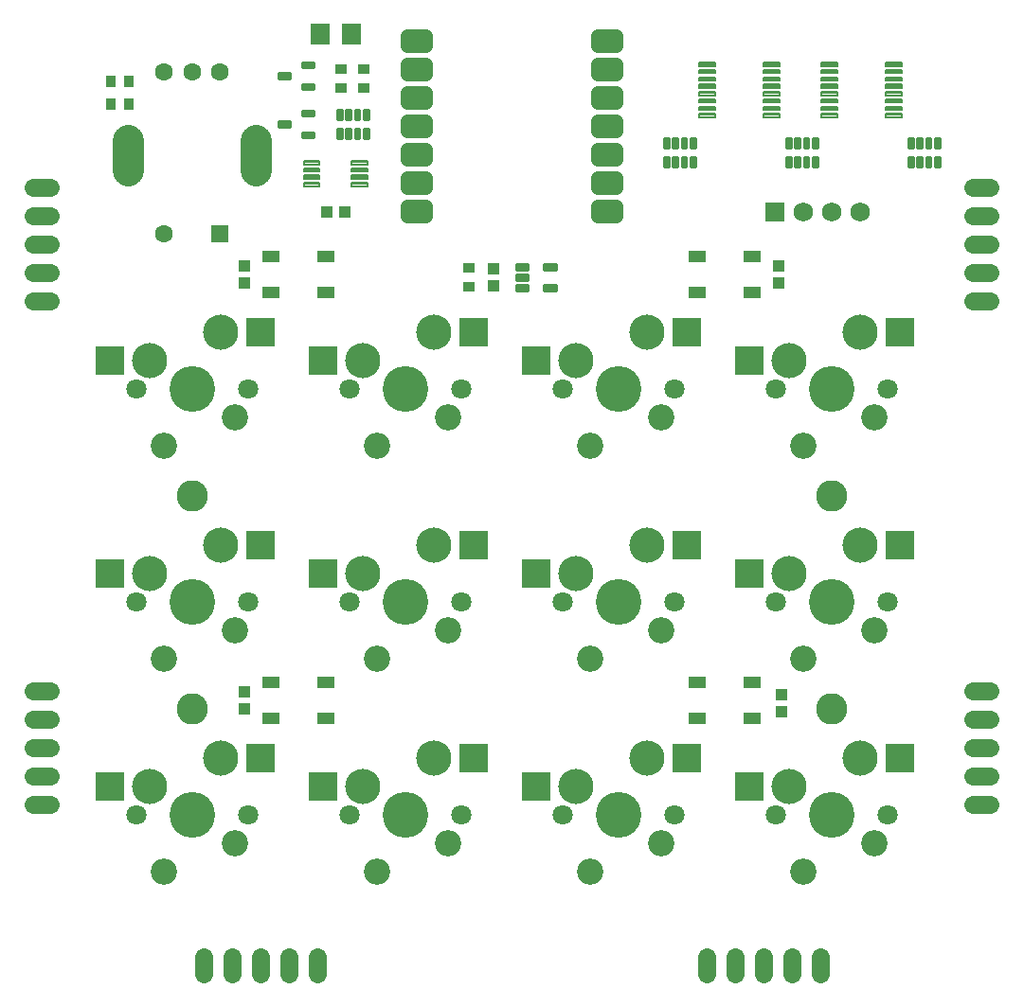
<source format=gbr>
G04 EAGLE Gerber RS-274X export*
G75*
%MOMM*%
%FSLAX34Y34*%
%LPD*%
%INSoldermask Bottom*%
%IPPOS*%
%AMOC8*
5,1,8,0,0,1.08239X$1,22.5*%
G01*
G04 Define Apertures*
%ADD10C,2.801600*%
%ADD11R,1.071800X1.022500*%
%ADD12R,1.022500X1.071800*%
%ADD13C,1.601600*%
%ADD14R,1.601600X1.601600*%
%ADD15C,2.801600*%
%ADD16R,1.751600X1.751600*%
%ADD17C,1.751600*%
%ADD18R,1.601600X1.001600*%
%ADD19C,0.252575*%
%ADD20R,0.900300X1.075500*%
%ADD21R,1.075500X0.900300*%
%ADD22C,0.233691*%
%ADD23C,2.351600*%
%ADD24C,4.089400*%
%ADD25C,1.801600*%
%ADD26C,3.149600*%
%ADD27R,2.651600X2.601600*%
%ADD28C,1.092831*%
%ADD29C,0.197866*%
%ADD30C,0.208278*%
%ADD31C,0.394209*%
%ADD32C,1.625600*%
%ADD33R,1.701600X1.901600*%
D10*
X285750Y0D03*
X-285750Y0D03*
X-285750Y-190500D03*
X285750Y-190500D03*
D11*
X238760Y190374D03*
X238760Y205866D03*
X-238760Y205866D03*
X-238760Y190374D03*
X241300Y-193166D03*
X241300Y-177674D03*
X-238760Y-175134D03*
X-238760Y-190626D03*
D12*
X-165226Y254000D03*
X-149734Y254000D03*
D11*
X-16427Y203326D03*
X-16427Y187834D03*
D13*
X-310950Y234546D03*
D14*
X-260950Y234546D03*
D13*
X-260950Y379546D03*
X-285950Y379546D03*
X-310950Y379546D03*
D15*
X-228950Y318046D02*
X-228950Y291046D01*
X-342950Y291046D02*
X-342950Y318046D01*
D16*
X234950Y254000D03*
D17*
X260350Y254000D03*
X285750Y254000D03*
X311150Y254000D03*
D18*
X166000Y181620D03*
X166000Y214620D03*
X215000Y181620D03*
X215000Y214620D03*
X-215000Y181620D03*
X-215000Y214620D03*
X-166000Y181620D03*
X-166000Y214620D03*
X-215000Y-199380D03*
X-215000Y-166380D03*
X-166000Y-199380D03*
X-166000Y-166380D03*
X166000Y-199380D03*
X166000Y-166380D03*
X215000Y-199380D03*
X215000Y-166380D03*
D19*
X-177045Y387665D02*
X-187835Y387665D01*
X-177045Y387665D02*
X-177045Y383175D01*
X-187835Y383175D01*
X-187835Y387665D01*
X-187835Y385575D02*
X-177045Y385575D01*
X-198245Y378165D02*
X-209035Y378165D01*
X-198245Y378165D02*
X-198245Y373675D01*
X-209035Y373675D01*
X-209035Y378165D01*
X-209035Y376075D02*
X-198245Y376075D01*
X-187835Y368665D02*
X-177045Y368665D01*
X-177045Y364175D01*
X-187835Y364175D01*
X-187835Y368665D01*
X-187835Y366575D02*
X-177045Y366575D01*
X-177045Y344485D02*
X-187835Y344485D01*
X-177045Y344485D02*
X-177045Y339995D01*
X-187835Y339995D01*
X-187835Y344485D01*
X-187835Y342395D02*
X-177045Y342395D01*
X-198245Y334985D02*
X-209035Y334985D01*
X-198245Y334985D02*
X-198245Y330495D01*
X-209035Y330495D01*
X-209035Y334985D01*
X-209035Y332895D02*
X-198245Y332895D01*
X-187835Y325485D02*
X-177045Y325485D01*
X-177045Y320995D01*
X-187835Y320995D01*
X-187835Y325485D01*
X-187835Y323395D02*
X-177045Y323395D01*
D20*
X-342368Y370840D03*
X-358672Y370840D03*
X-342368Y350520D03*
X-358672Y350520D03*
D21*
X-152400Y365228D03*
X-152400Y381532D03*
X-132080Y365228D03*
X-132080Y381532D03*
D22*
X245090Y320280D02*
X245090Y311900D01*
X245090Y320280D02*
X249070Y320280D01*
X249070Y311900D01*
X245090Y311900D01*
X245090Y314120D02*
X249070Y314120D01*
X249070Y316340D02*
X245090Y316340D01*
X245090Y318560D02*
X249070Y318560D01*
X253090Y320280D02*
X253090Y311900D01*
X253090Y320280D02*
X257070Y320280D01*
X257070Y311900D01*
X253090Y311900D01*
X253090Y314120D02*
X257070Y314120D01*
X257070Y316340D02*
X253090Y316340D01*
X253090Y318560D02*
X257070Y318560D01*
X261090Y320280D02*
X261090Y311900D01*
X261090Y320280D02*
X265070Y320280D01*
X265070Y311900D01*
X261090Y311900D01*
X261090Y314120D02*
X265070Y314120D01*
X265070Y316340D02*
X261090Y316340D01*
X261090Y318560D02*
X265070Y318560D01*
X269090Y320280D02*
X269090Y311900D01*
X269090Y320280D02*
X273070Y320280D01*
X273070Y311900D01*
X269090Y311900D01*
X269090Y314120D02*
X273070Y314120D01*
X273070Y316340D02*
X269090Y316340D01*
X269090Y318560D02*
X273070Y318560D01*
X273070Y302780D02*
X273070Y294400D01*
X269090Y294400D01*
X269090Y302780D01*
X273070Y302780D01*
X273070Y296620D02*
X269090Y296620D01*
X269090Y298840D02*
X273070Y298840D01*
X273070Y301060D02*
X269090Y301060D01*
X265070Y302780D02*
X265070Y294400D01*
X261090Y294400D01*
X261090Y302780D01*
X265070Y302780D01*
X265070Y296620D02*
X261090Y296620D01*
X261090Y298840D02*
X265070Y298840D01*
X265070Y301060D02*
X261090Y301060D01*
X257070Y302780D02*
X257070Y294400D01*
X253090Y294400D01*
X253090Y302780D01*
X257070Y302780D01*
X257070Y296620D02*
X253090Y296620D01*
X253090Y298840D02*
X257070Y298840D01*
X257070Y301060D02*
X253090Y301060D01*
X249070Y302780D02*
X249070Y294400D01*
X245090Y294400D01*
X245090Y302780D01*
X249070Y302780D01*
X249070Y296620D02*
X245090Y296620D01*
X245090Y298840D02*
X249070Y298840D01*
X249070Y301060D02*
X245090Y301060D01*
X135870Y311900D02*
X135870Y320280D01*
X139850Y320280D01*
X139850Y311900D01*
X135870Y311900D01*
X135870Y314120D02*
X139850Y314120D01*
X139850Y316340D02*
X135870Y316340D01*
X135870Y318560D02*
X139850Y318560D01*
X143870Y320280D02*
X143870Y311900D01*
X143870Y320280D02*
X147850Y320280D01*
X147850Y311900D01*
X143870Y311900D01*
X143870Y314120D02*
X147850Y314120D01*
X147850Y316340D02*
X143870Y316340D01*
X143870Y318560D02*
X147850Y318560D01*
X151870Y320280D02*
X151870Y311900D01*
X151870Y320280D02*
X155850Y320280D01*
X155850Y311900D01*
X151870Y311900D01*
X151870Y314120D02*
X155850Y314120D01*
X155850Y316340D02*
X151870Y316340D01*
X151870Y318560D02*
X155850Y318560D01*
X159870Y320280D02*
X159870Y311900D01*
X159870Y320280D02*
X163850Y320280D01*
X163850Y311900D01*
X159870Y311900D01*
X159870Y314120D02*
X163850Y314120D01*
X163850Y316340D02*
X159870Y316340D01*
X159870Y318560D02*
X163850Y318560D01*
X163850Y302780D02*
X163850Y294400D01*
X159870Y294400D01*
X159870Y302780D01*
X163850Y302780D01*
X163850Y296620D02*
X159870Y296620D01*
X159870Y298840D02*
X163850Y298840D01*
X163850Y301060D02*
X159870Y301060D01*
X155850Y302780D02*
X155850Y294400D01*
X151870Y294400D01*
X151870Y302780D01*
X155850Y302780D01*
X155850Y296620D02*
X151870Y296620D01*
X151870Y298840D02*
X155850Y298840D01*
X155850Y301060D02*
X151870Y301060D01*
X147850Y302780D02*
X147850Y294400D01*
X143870Y294400D01*
X143870Y302780D01*
X147850Y302780D01*
X147850Y296620D02*
X143870Y296620D01*
X143870Y298840D02*
X147850Y298840D01*
X147850Y301060D02*
X143870Y301060D01*
X139850Y302780D02*
X139850Y294400D01*
X135870Y294400D01*
X135870Y302780D01*
X139850Y302780D01*
X139850Y296620D02*
X135870Y296620D01*
X135870Y298840D02*
X139850Y298840D01*
X139850Y301060D02*
X135870Y301060D01*
X354310Y311900D02*
X354310Y320280D01*
X358290Y320280D01*
X358290Y311900D01*
X354310Y311900D01*
X354310Y314120D02*
X358290Y314120D01*
X358290Y316340D02*
X354310Y316340D01*
X354310Y318560D02*
X358290Y318560D01*
X362310Y320280D02*
X362310Y311900D01*
X362310Y320280D02*
X366290Y320280D01*
X366290Y311900D01*
X362310Y311900D01*
X362310Y314120D02*
X366290Y314120D01*
X366290Y316340D02*
X362310Y316340D01*
X362310Y318560D02*
X366290Y318560D01*
X370310Y320280D02*
X370310Y311900D01*
X370310Y320280D02*
X374290Y320280D01*
X374290Y311900D01*
X370310Y311900D01*
X370310Y314120D02*
X374290Y314120D01*
X374290Y316340D02*
X370310Y316340D01*
X370310Y318560D02*
X374290Y318560D01*
X378310Y320280D02*
X378310Y311900D01*
X378310Y320280D02*
X382290Y320280D01*
X382290Y311900D01*
X378310Y311900D01*
X378310Y314120D02*
X382290Y314120D01*
X382290Y316340D02*
X378310Y316340D01*
X378310Y318560D02*
X382290Y318560D01*
X382290Y302780D02*
X382290Y294400D01*
X378310Y294400D01*
X378310Y302780D01*
X382290Y302780D01*
X382290Y296620D02*
X378310Y296620D01*
X378310Y298840D02*
X382290Y298840D01*
X382290Y301060D02*
X378310Y301060D01*
X374290Y302780D02*
X374290Y294400D01*
X370310Y294400D01*
X370310Y302780D01*
X374290Y302780D01*
X374290Y296620D02*
X370310Y296620D01*
X370310Y298840D02*
X374290Y298840D01*
X374290Y301060D02*
X370310Y301060D01*
X366290Y302780D02*
X366290Y294400D01*
X362310Y294400D01*
X362310Y302780D01*
X366290Y302780D01*
X366290Y296620D02*
X362310Y296620D01*
X362310Y298840D02*
X366290Y298840D01*
X366290Y301060D02*
X362310Y301060D01*
X358290Y302780D02*
X358290Y294400D01*
X354310Y294400D01*
X354310Y302780D01*
X358290Y302780D01*
X358290Y296620D02*
X354310Y296620D01*
X354310Y298840D02*
X358290Y298840D01*
X358290Y301060D02*
X354310Y301060D01*
X-128250Y319800D02*
X-128250Y328180D01*
X-128250Y319800D02*
X-132230Y319800D01*
X-132230Y328180D01*
X-128250Y328180D01*
X-128250Y322020D02*
X-132230Y322020D01*
X-132230Y324240D02*
X-128250Y324240D01*
X-128250Y326460D02*
X-132230Y326460D01*
X-136250Y328180D02*
X-136250Y319800D01*
X-140230Y319800D01*
X-140230Y328180D01*
X-136250Y328180D01*
X-136250Y322020D02*
X-140230Y322020D01*
X-140230Y324240D02*
X-136250Y324240D01*
X-136250Y326460D02*
X-140230Y326460D01*
X-144250Y328180D02*
X-144250Y319800D01*
X-148230Y319800D01*
X-148230Y328180D01*
X-144250Y328180D01*
X-144250Y322020D02*
X-148230Y322020D01*
X-148230Y324240D02*
X-144250Y324240D01*
X-144250Y326460D02*
X-148230Y326460D01*
X-152250Y328180D02*
X-152250Y319800D01*
X-156230Y319800D01*
X-156230Y328180D01*
X-152250Y328180D01*
X-152250Y322020D02*
X-156230Y322020D01*
X-156230Y324240D02*
X-152250Y324240D01*
X-152250Y326460D02*
X-156230Y326460D01*
X-156230Y337300D02*
X-156230Y345680D01*
X-152250Y345680D01*
X-152250Y337300D01*
X-156230Y337300D01*
X-156230Y339520D02*
X-152250Y339520D01*
X-152250Y341740D02*
X-156230Y341740D01*
X-156230Y343960D02*
X-152250Y343960D01*
X-148230Y345680D02*
X-148230Y337300D01*
X-148230Y345680D02*
X-144250Y345680D01*
X-144250Y337300D01*
X-148230Y337300D01*
X-148230Y339520D02*
X-144250Y339520D01*
X-144250Y341740D02*
X-148230Y341740D01*
X-148230Y343960D02*
X-144250Y343960D01*
X-140230Y345680D02*
X-140230Y337300D01*
X-140230Y345680D02*
X-136250Y345680D01*
X-136250Y337300D01*
X-140230Y337300D01*
X-140230Y339520D02*
X-136250Y339520D01*
X-136250Y341740D02*
X-140230Y341740D01*
X-140230Y343960D02*
X-136250Y343960D01*
X-132230Y345680D02*
X-132230Y337300D01*
X-132230Y345680D02*
X-128250Y345680D01*
X-128250Y337300D01*
X-132230Y337300D01*
X-132230Y339520D02*
X-128250Y339520D01*
X-128250Y341740D02*
X-132230Y341740D01*
X-132230Y343960D02*
X-128250Y343960D01*
D23*
X-310850Y-336550D03*
X-247650Y-311150D03*
D24*
X-285750Y-285750D03*
D25*
X-335750Y-285750D03*
X-235750Y-285750D03*
D26*
X-260350Y-234950D03*
X-323850Y-260350D03*
D27*
X-359350Y-260350D03*
X-224850Y-234950D03*
D23*
X-120550Y44450D03*
X-57350Y69850D03*
D24*
X-95450Y95250D03*
D25*
X-145450Y95250D03*
X-45450Y95250D03*
D26*
X-70050Y146050D03*
X-133550Y120650D03*
D27*
X-169050Y120650D03*
X-34550Y146050D03*
D23*
X69950Y44450D03*
X133150Y69850D03*
D24*
X95050Y95250D03*
D25*
X45050Y95250D03*
X145050Y95250D03*
D26*
X120450Y146050D03*
X56950Y120650D03*
D27*
X21450Y120650D03*
X155950Y146050D03*
D23*
X260450Y44450D03*
X323650Y69850D03*
D24*
X285550Y95250D03*
D25*
X235550Y95250D03*
X335550Y95250D03*
D26*
X310950Y146050D03*
X247450Y120650D03*
D27*
X211950Y120650D03*
X346450Y146050D03*
D23*
X-120350Y-336550D03*
X-57150Y-311150D03*
D24*
X-95250Y-285750D03*
D25*
X-145250Y-285750D03*
X-45250Y-285750D03*
D26*
X-69850Y-234950D03*
X-133350Y-260350D03*
D27*
X-168850Y-260350D03*
X-34350Y-234950D03*
D23*
X70150Y-336550D03*
X133350Y-311150D03*
D24*
X95250Y-285750D03*
D25*
X45250Y-285750D03*
X145250Y-285750D03*
D26*
X120650Y-234950D03*
X57150Y-260350D03*
D27*
X21650Y-260350D03*
X156150Y-234950D03*
D23*
X260650Y-336550D03*
X323850Y-311150D03*
D24*
X285750Y-285750D03*
D25*
X235750Y-285750D03*
X335750Y-285750D03*
D26*
X311150Y-234950D03*
X247650Y-260350D03*
D27*
X212150Y-260350D03*
X346650Y-234950D03*
D23*
X-310850Y-146050D03*
X-247650Y-120650D03*
D24*
X-285750Y-95250D03*
D25*
X-335750Y-95250D03*
X-235750Y-95250D03*
D26*
X-260350Y-44450D03*
X-323850Y-69850D03*
D27*
X-359350Y-69850D03*
X-224850Y-44450D03*
D23*
X-120350Y-146050D03*
X-57150Y-120650D03*
D24*
X-95250Y-95250D03*
D25*
X-145250Y-95250D03*
X-45250Y-95250D03*
D26*
X-69850Y-44450D03*
X-133350Y-69850D03*
D27*
X-168850Y-69850D03*
X-34350Y-44450D03*
D23*
X70150Y-146050D03*
X133350Y-120650D03*
D24*
X95250Y-95250D03*
D25*
X45250Y-95250D03*
X145250Y-95250D03*
D26*
X120650Y-44450D03*
X57150Y-69850D03*
D27*
X21650Y-69850D03*
X156150Y-44450D03*
D23*
X260650Y-146050D03*
X323850Y-120650D03*
D24*
X285750Y-95250D03*
D25*
X235750Y-95250D03*
X335750Y-95250D03*
D26*
X311150Y-44450D03*
X247650Y-69850D03*
D27*
X212150Y-69850D03*
X346650Y-44450D03*
D23*
X-311050Y44450D03*
X-247850Y69850D03*
D24*
X-285950Y95250D03*
D25*
X-335950Y95250D03*
X-235950Y95250D03*
D26*
X-260550Y146050D03*
X-324050Y120650D03*
D27*
X-359550Y120650D03*
X-225050Y146050D03*
D28*
X76174Y259844D02*
X93762Y259844D01*
X93762Y249756D01*
X76174Y249756D01*
X76174Y259844D01*
X76174Y285244D02*
X93762Y285244D01*
X93762Y275156D01*
X76174Y275156D01*
X76174Y285244D01*
X76174Y310644D02*
X93762Y310644D01*
X93762Y300556D01*
X76174Y300556D01*
X76174Y310644D01*
X76174Y336044D02*
X93762Y336044D01*
X93762Y325956D01*
X76174Y325956D01*
X76174Y336044D01*
X76174Y361444D02*
X93762Y361444D01*
X93762Y351356D01*
X76174Y351356D01*
X76174Y361444D01*
X76174Y386844D02*
X93762Y386844D01*
X93762Y376756D01*
X76174Y376756D01*
X76174Y386844D01*
X76174Y412244D02*
X93762Y412244D01*
X93762Y402156D01*
X76174Y402156D01*
X76174Y412244D01*
X-76524Y259844D02*
X-94112Y259844D01*
X-76524Y259844D02*
X-76524Y249756D01*
X-94112Y249756D01*
X-94112Y259844D01*
X-94112Y285244D02*
X-76524Y285244D01*
X-76524Y275156D01*
X-94112Y275156D01*
X-94112Y285244D01*
X-94112Y310644D02*
X-76524Y310644D01*
X-76524Y300556D01*
X-94112Y300556D01*
X-94112Y310644D01*
X-94112Y336044D02*
X-76524Y336044D01*
X-76524Y325956D01*
X-94112Y325956D01*
X-94112Y336044D01*
X-94112Y361444D02*
X-76524Y361444D01*
X-76524Y351356D01*
X-94112Y351356D01*
X-94112Y361444D01*
X-94112Y386844D02*
X-76524Y386844D01*
X-76524Y376756D01*
X-94112Y376756D01*
X-94112Y386844D01*
X-94112Y412244D02*
X-76524Y412244D01*
X-76524Y402156D01*
X-94112Y402156D01*
X-94112Y412244D01*
D29*
X224761Y387394D02*
X239039Y387394D01*
X239039Y384546D01*
X224761Y384546D01*
X224761Y387394D01*
X224761Y386426D02*
X239039Y386426D01*
X239039Y380894D02*
X224761Y380894D01*
X239039Y380894D02*
X239039Y378046D01*
X224761Y378046D01*
X224761Y380894D01*
X224761Y379926D02*
X239039Y379926D01*
X239039Y374394D02*
X224761Y374394D01*
X239039Y374394D02*
X239039Y371546D01*
X224761Y371546D01*
X224761Y374394D01*
X224761Y373426D02*
X239039Y373426D01*
X239039Y367894D02*
X224761Y367894D01*
X239039Y367894D02*
X239039Y365046D01*
X224761Y365046D01*
X224761Y367894D01*
X224761Y366926D02*
X239039Y366926D01*
X239039Y361394D02*
X224761Y361394D01*
X239039Y361394D02*
X239039Y358546D01*
X224761Y358546D01*
X224761Y361394D01*
X224761Y360426D02*
X239039Y360426D01*
X239039Y354894D02*
X224761Y354894D01*
X239039Y354894D02*
X239039Y352046D01*
X224761Y352046D01*
X224761Y354894D01*
X224761Y353926D02*
X239039Y353926D01*
X239039Y348394D02*
X224761Y348394D01*
X239039Y348394D02*
X239039Y345546D01*
X224761Y345546D01*
X224761Y348394D01*
X224761Y347426D02*
X239039Y347426D01*
X239039Y341894D02*
X224761Y341894D01*
X239039Y341894D02*
X239039Y339046D01*
X224761Y339046D01*
X224761Y341894D01*
X224761Y340926D02*
X239039Y340926D01*
X181639Y341894D02*
X167361Y341894D01*
X181639Y341894D02*
X181639Y339046D01*
X167361Y339046D01*
X167361Y341894D01*
X167361Y340926D02*
X181639Y340926D01*
X181639Y348394D02*
X167361Y348394D01*
X181639Y348394D02*
X181639Y345546D01*
X167361Y345546D01*
X167361Y348394D01*
X167361Y347426D02*
X181639Y347426D01*
X181639Y354894D02*
X167361Y354894D01*
X181639Y354894D02*
X181639Y352046D01*
X167361Y352046D01*
X167361Y354894D01*
X167361Y353926D02*
X181639Y353926D01*
X181639Y361394D02*
X167361Y361394D01*
X181639Y361394D02*
X181639Y358546D01*
X167361Y358546D01*
X167361Y361394D01*
X167361Y360426D02*
X181639Y360426D01*
X181639Y367894D02*
X167361Y367894D01*
X181639Y367894D02*
X181639Y365046D01*
X167361Y365046D01*
X167361Y367894D01*
X167361Y366926D02*
X181639Y366926D01*
X181639Y374394D02*
X167361Y374394D01*
X181639Y374394D02*
X181639Y371546D01*
X167361Y371546D01*
X167361Y374394D01*
X167361Y373426D02*
X181639Y373426D01*
X181639Y380894D02*
X167361Y380894D01*
X181639Y380894D02*
X181639Y378046D01*
X167361Y378046D01*
X167361Y380894D01*
X167361Y379926D02*
X181639Y379926D01*
X181639Y387394D02*
X167361Y387394D01*
X181639Y387394D02*
X181639Y384546D01*
X167361Y384546D01*
X167361Y387394D01*
X167361Y386426D02*
X181639Y386426D01*
X333981Y387394D02*
X348259Y387394D01*
X348259Y384546D01*
X333981Y384546D01*
X333981Y387394D01*
X333981Y386426D02*
X348259Y386426D01*
X348259Y380894D02*
X333981Y380894D01*
X348259Y380894D02*
X348259Y378046D01*
X333981Y378046D01*
X333981Y380894D01*
X333981Y379926D02*
X348259Y379926D01*
X348259Y374394D02*
X333981Y374394D01*
X348259Y374394D02*
X348259Y371546D01*
X333981Y371546D01*
X333981Y374394D01*
X333981Y373426D02*
X348259Y373426D01*
X348259Y367894D02*
X333981Y367894D01*
X348259Y367894D02*
X348259Y365046D01*
X333981Y365046D01*
X333981Y367894D01*
X333981Y366926D02*
X348259Y366926D01*
X348259Y361394D02*
X333981Y361394D01*
X348259Y361394D02*
X348259Y358546D01*
X333981Y358546D01*
X333981Y361394D01*
X333981Y360426D02*
X348259Y360426D01*
X348259Y354894D02*
X333981Y354894D01*
X348259Y354894D02*
X348259Y352046D01*
X333981Y352046D01*
X333981Y354894D01*
X333981Y353926D02*
X348259Y353926D01*
X348259Y348394D02*
X333981Y348394D01*
X348259Y348394D02*
X348259Y345546D01*
X333981Y345546D01*
X333981Y348394D01*
X333981Y347426D02*
X348259Y347426D01*
X348259Y341894D02*
X333981Y341894D01*
X348259Y341894D02*
X348259Y339046D01*
X333981Y339046D01*
X333981Y341894D01*
X333981Y340926D02*
X348259Y340926D01*
X290859Y341894D02*
X276581Y341894D01*
X290859Y341894D02*
X290859Y339046D01*
X276581Y339046D01*
X276581Y341894D01*
X276581Y340926D02*
X290859Y340926D01*
X290859Y348394D02*
X276581Y348394D01*
X290859Y348394D02*
X290859Y345546D01*
X276581Y345546D01*
X276581Y348394D01*
X276581Y347426D02*
X290859Y347426D01*
X290859Y354894D02*
X276581Y354894D01*
X290859Y354894D02*
X290859Y352046D01*
X276581Y352046D01*
X276581Y354894D01*
X276581Y353926D02*
X290859Y353926D01*
X290859Y361394D02*
X276581Y361394D01*
X290859Y361394D02*
X290859Y358546D01*
X276581Y358546D01*
X276581Y361394D01*
X276581Y360426D02*
X290859Y360426D01*
X290859Y367894D02*
X276581Y367894D01*
X290859Y367894D02*
X290859Y365046D01*
X276581Y365046D01*
X276581Y367894D01*
X276581Y366926D02*
X290859Y366926D01*
X290859Y374394D02*
X276581Y374394D01*
X290859Y374394D02*
X290859Y371546D01*
X276581Y371546D01*
X276581Y374394D01*
X276581Y373426D02*
X290859Y373426D01*
X290859Y380894D02*
X276581Y380894D01*
X290859Y380894D02*
X290859Y378046D01*
X276581Y378046D01*
X276581Y380894D01*
X276581Y379926D02*
X290859Y379926D01*
X290859Y387394D02*
X276581Y387394D01*
X290859Y387394D02*
X290859Y384546D01*
X276581Y384546D01*
X276581Y387394D01*
X276581Y386426D02*
X290859Y386426D01*
D30*
X-171893Y277115D02*
X-186067Y277115D01*
X-186067Y280239D01*
X-171893Y280239D01*
X-171893Y277115D01*
X-171893Y279094D02*
X-186067Y279094D01*
X-186067Y283615D02*
X-171893Y283615D01*
X-186067Y283615D02*
X-186067Y286739D01*
X-171893Y286739D01*
X-171893Y283615D01*
X-171893Y285594D02*
X-186067Y285594D01*
X-186067Y290115D02*
X-171893Y290115D01*
X-186067Y290115D02*
X-186067Y293239D01*
X-171893Y293239D01*
X-171893Y290115D01*
X-171893Y292094D02*
X-186067Y292094D01*
X-186067Y296615D02*
X-171893Y296615D01*
X-186067Y296615D02*
X-186067Y299739D01*
X-171893Y299739D01*
X-171893Y296615D01*
X-171893Y298594D02*
X-186067Y298594D01*
X-143067Y296615D02*
X-128893Y296615D01*
X-143067Y296615D02*
X-143067Y299739D01*
X-128893Y299739D01*
X-128893Y296615D01*
X-128893Y298594D02*
X-143067Y298594D01*
X-143067Y290115D02*
X-128893Y290115D01*
X-143067Y290115D02*
X-143067Y293239D01*
X-128893Y293239D01*
X-128893Y290115D01*
X-128893Y292094D02*
X-143067Y292094D01*
X-143067Y283615D02*
X-128893Y283615D01*
X-143067Y283615D02*
X-143067Y286739D01*
X-128893Y286739D01*
X-128893Y283615D01*
X-128893Y285594D02*
X-143067Y285594D01*
X-143067Y277115D02*
X-128893Y277115D01*
X-143067Y277115D02*
X-143067Y280239D01*
X-128893Y280239D01*
X-128893Y277115D01*
X-128893Y279094D02*
X-143067Y279094D01*
D31*
X4453Y184593D02*
X13627Y184593D01*
X4453Y184593D02*
X4453Y187567D01*
X13627Y187567D01*
X13627Y184593D01*
X13627Y194093D02*
X4453Y194093D01*
X4453Y197067D01*
X13627Y197067D01*
X13627Y194093D01*
X13627Y203593D02*
X4453Y203593D01*
X4453Y206567D01*
X13627Y206567D01*
X13627Y203593D01*
X29553Y203593D02*
X38727Y203593D01*
X29553Y203593D02*
X29553Y206567D01*
X38727Y206567D01*
X38727Y203593D01*
X38727Y184593D02*
X29553Y184593D01*
X29553Y187567D01*
X38727Y187567D01*
X38727Y184593D01*
D32*
X-412380Y174200D02*
X-427620Y174200D01*
X-427620Y199600D02*
X-412380Y199600D01*
X-412380Y225000D02*
X-427620Y225000D01*
X-427620Y250400D02*
X-412380Y250400D01*
X-412380Y275800D02*
X-427620Y275800D01*
X-427520Y-275800D02*
X-412280Y-275800D01*
X-412280Y-250400D02*
X-427520Y-250400D01*
X-427520Y-225000D02*
X-412280Y-225000D01*
X-412280Y-199600D02*
X-427520Y-199600D01*
X-427520Y-174200D02*
X-412280Y-174200D01*
X412370Y-174200D02*
X427610Y-174200D01*
X427610Y-199600D02*
X412370Y-199600D01*
X412370Y-225000D02*
X427610Y-225000D01*
X427610Y-250400D02*
X412370Y-250400D01*
X412370Y-275800D02*
X427610Y-275800D01*
X-174200Y-412380D02*
X-174200Y-427620D01*
X-199600Y-427620D02*
X-199600Y-412380D01*
X-225000Y-412380D02*
X-225000Y-427620D01*
X-250400Y-427620D02*
X-250400Y-412380D01*
X-275800Y-412380D02*
X-275800Y-427620D01*
X275800Y-427620D02*
X275800Y-412380D01*
X250400Y-412380D02*
X250400Y-427620D01*
X225000Y-427620D02*
X225000Y-412380D01*
X199600Y-412380D02*
X199600Y-427620D01*
X174200Y-427620D02*
X174200Y-412380D01*
X412380Y275800D02*
X427620Y275800D01*
X427620Y250400D02*
X412380Y250400D01*
X412380Y225000D02*
X427620Y225000D01*
X427620Y199600D02*
X412380Y199600D01*
X412380Y174200D02*
X427620Y174200D01*
D33*
X-143480Y412750D03*
X-171480Y412750D03*
D21*
X-38100Y203732D03*
X-38100Y187428D03*
M02*

</source>
